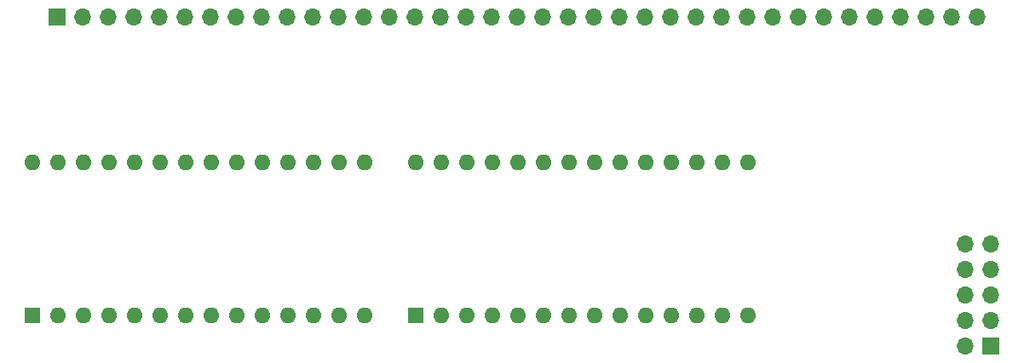
<source format=gbr>
%TF.GenerationSoftware,KiCad,Pcbnew,(5.1.10-1-10_14)*%
%TF.CreationDate,2021-12-06T09:48:52-05:00*%
%TF.ProjectId,control-unit-eeprom,636f6e74-726f-46c2-9d75-6e69742d6565,rev?*%
%TF.SameCoordinates,Original*%
%TF.FileFunction,Soldermask,Bot*%
%TF.FilePolarity,Negative*%
%FSLAX46Y46*%
G04 Gerber Fmt 4.6, Leading zero omitted, Abs format (unit mm)*
G04 Created by KiCad (PCBNEW (5.1.10-1-10_14)) date 2021-12-06 09:48:52*
%MOMM*%
%LPD*%
G01*
G04 APERTURE LIST*
%ADD10O,1.700000X1.700000*%
%ADD11R,1.700000X1.700000*%
%ADD12O,1.600000X1.600000*%
%ADD13R,1.600000X1.600000*%
G04 APERTURE END LIST*
D10*
%TO.C,J2*%
X66956000Y-126492000D03*
X64416000Y-126492000D03*
X61876000Y-126492000D03*
X59336000Y-126492000D03*
X56796000Y-126492000D03*
X54256000Y-126492000D03*
X51716000Y-126492000D03*
X49176000Y-126492000D03*
X46636000Y-126492000D03*
X44096000Y-126492000D03*
X41556000Y-126492000D03*
X39016000Y-126492000D03*
X36476000Y-126492000D03*
X33936000Y-126492000D03*
X31396000Y-126492000D03*
X28856000Y-126492000D03*
X26316000Y-126492000D03*
X23776000Y-126492000D03*
X21236000Y-126492000D03*
X18696000Y-126492000D03*
X16156000Y-126492000D03*
X13616000Y-126492000D03*
X11076000Y-126492000D03*
X8536000Y-126492000D03*
X5996000Y-126492000D03*
X3456000Y-126492000D03*
X916000Y-126492000D03*
X-1624000Y-126492000D03*
X-4164000Y-126492000D03*
X-6704000Y-126492000D03*
X-9244000Y-126492000D03*
X-11784000Y-126492000D03*
X-14324000Y-126492000D03*
X-16864000Y-126492000D03*
X-19404000Y-126492000D03*
X-21944000Y-126492000D03*
D11*
X-24484000Y-126492000D03*
%TD*%
D12*
%TO.C,U9*%
X-26924000Y-140970000D03*
X6096000Y-156210000D03*
X-24384000Y-140970000D03*
X3556000Y-156210000D03*
X-21844000Y-140970000D03*
X1016000Y-156210000D03*
X-19304000Y-140970000D03*
X-1524000Y-156210000D03*
X-16764000Y-140970000D03*
X-4064000Y-156210000D03*
X-14224000Y-140970000D03*
X-6604000Y-156210000D03*
X-11684000Y-140970000D03*
X-9144000Y-156210000D03*
X-9144000Y-140970000D03*
X-11684000Y-156210000D03*
X-6604000Y-140970000D03*
X-14224000Y-156210000D03*
X-4064000Y-140970000D03*
X-16764000Y-156210000D03*
X-1524000Y-140970000D03*
X-19304000Y-156210000D03*
X1016000Y-140970000D03*
X-21844000Y-156210000D03*
X3556000Y-140970000D03*
X-24384000Y-156210000D03*
X6096000Y-140970000D03*
D13*
X-26924000Y-156210000D03*
%TD*%
D12*
%TO.C,U8*%
X11176000Y-140970000D03*
X44196000Y-156210000D03*
X13716000Y-140970000D03*
X41656000Y-156210000D03*
X16256000Y-140970000D03*
X39116000Y-156210000D03*
X18796000Y-140970000D03*
X36576000Y-156210000D03*
X21336000Y-140970000D03*
X34036000Y-156210000D03*
X23876000Y-140970000D03*
X31496000Y-156210000D03*
X26416000Y-140970000D03*
X28956000Y-156210000D03*
X28956000Y-140970000D03*
X26416000Y-156210000D03*
X31496000Y-140970000D03*
X23876000Y-156210000D03*
X34036000Y-140970000D03*
X21336000Y-156210000D03*
X36576000Y-140970000D03*
X18796000Y-156210000D03*
X39116000Y-140970000D03*
X16256000Y-156210000D03*
X41656000Y-140970000D03*
X13716000Y-156210000D03*
X44196000Y-140970000D03*
D13*
X11176000Y-156210000D03*
%TD*%
D10*
%TO.C,J1*%
X65786000Y-149098000D03*
X68326000Y-149098000D03*
X65786000Y-151638000D03*
X68326000Y-151638000D03*
X65786000Y-154178000D03*
X68326000Y-154178000D03*
X65786000Y-156718000D03*
X68326000Y-156718000D03*
X65786000Y-159258000D03*
D11*
X68326000Y-159258000D03*
%TD*%
M02*

</source>
